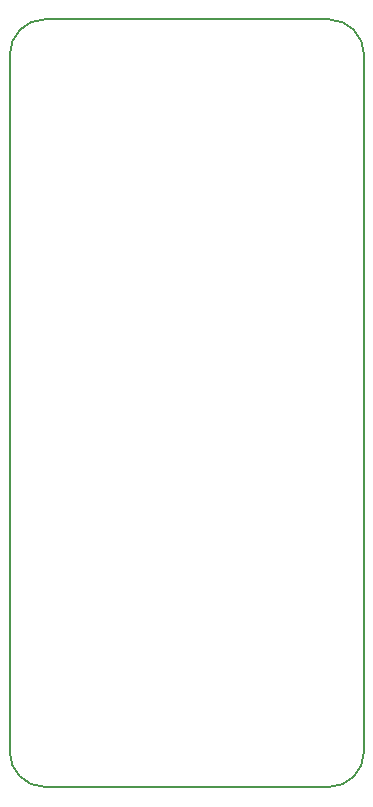
<source format=gbr>
%TF.GenerationSoftware,KiCad,Pcbnew,6.0.7-f9a2dced07~116~ubuntu20.04.1*%
%TF.CreationDate,2022-09-21T16:42:24+02:00*%
%TF.ProjectId,pylot_shield,70796c6f-745f-4736-9869-656c642e6b69,rev?*%
%TF.SameCoordinates,Original*%
%TF.FileFunction,Profile,NP*%
%FSLAX46Y46*%
G04 Gerber Fmt 4.6, Leading zero omitted, Abs format (unit mm)*
G04 Created by KiCad (PCBNEW 6.0.7-f9a2dced07~116~ubuntu20.04.1) date 2022-09-21 16:42:24*
%MOMM*%
%LPD*%
G01*
G04 APERTURE LIST*
%TA.AperFunction,Profile*%
%ADD10C,0.127000*%
%TD*%
G04 APERTURE END LIST*
D10*
X106610000Y-89490000D02*
X106610000Y-30490000D01*
X103610000Y-27490000D02*
X79610000Y-27490000D01*
X79610000Y-92490000D02*
X103610000Y-92490000D01*
X76610000Y-30490000D02*
X76610000Y-89490000D01*
X103610000Y-92490000D02*
G75*
G03*
X106610000Y-89490000I-1J3000001D01*
G01*
X76610000Y-89490000D02*
G75*
G03*
X79610000Y-92490000I3000001J1D01*
G01*
X79610000Y-27490000D02*
G75*
G03*
X76610000Y-30490000I0J-3000000D01*
G01*
X106610000Y-30490000D02*
G75*
G03*
X103610000Y-27490000I-3000000J0D01*
G01*
M02*

</source>
